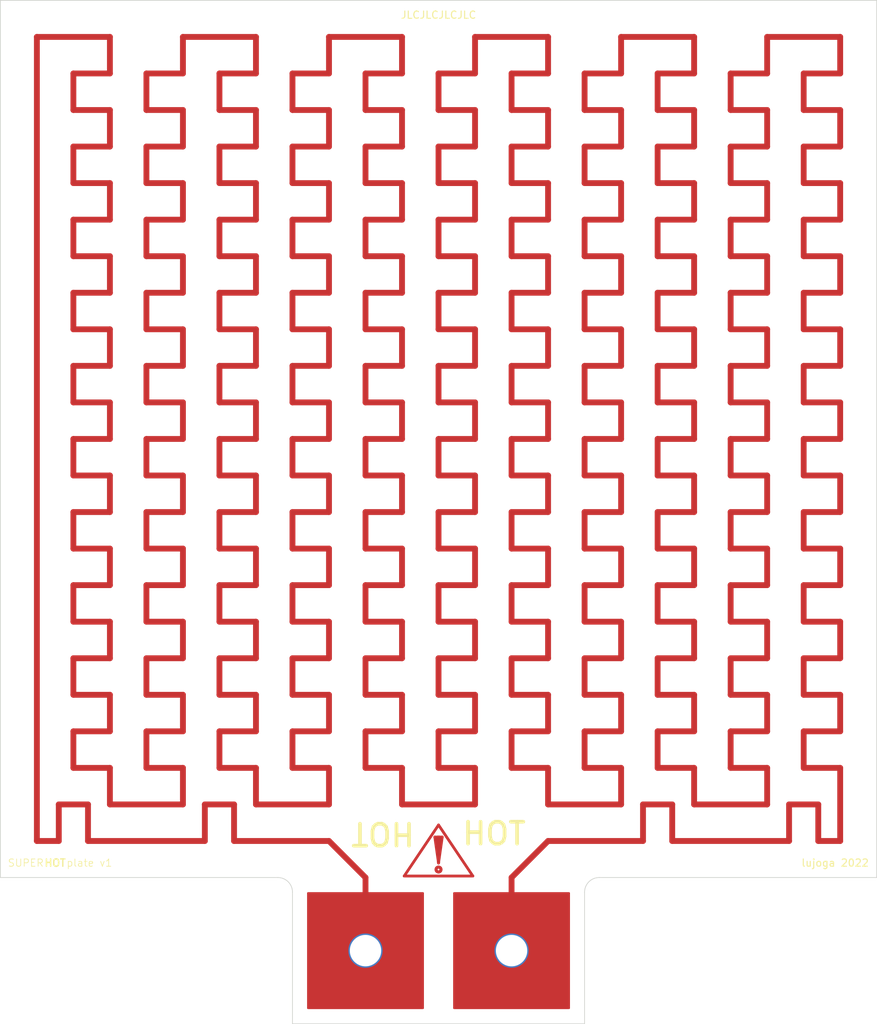
<source format=kicad_pcb>
(kicad_pcb (version 20211014) (generator pcbnew)
  (layers (0 "F.Cu" signal) (31 "B.Cu" signal) (34 "B.Paste" user) (35 "F.Paste" user) (36 "B.SilkS" user "B.Silkscreen") (37 "F.SilkS" user "F.Silkscreen") (38 "B.Mask" user) (39 "F.Mask" user) (44 "Edge.Cuts" user))
  (net 0 "")
  (net 1 "GND")
  (footprint "MountingHole:MountingHole_4.3mm_M4_Pad_TopOnly" (layer "F.Cu") (at 100 160)
    (fp_text reference "H2" hide)
    (fp_text value "MountingHole_Pad")
    (pad "1" connect circle locked (at 0 0) (size 8.6 8.6) (layers "F.Cu" "F.Mask") (net 1 "GND"))
    (pad "1" thru_hole circle locked (at 0 0) (size 4.7 4.7) (drill 4.3) (layers *.Cu *.Mask) (net 1 "GND"))
  )
  (footprint "MountingHole:MountingHole_4.3mm_M4_Pad_TopOnly" (layer "F.Cu") (at 80 160)
    (fp_text reference "H1" hide)
    (fp_text value "MountingHole_Pad")
    (pad "1" thru_hole circle locked (at 0 0) (size 4.7 4.7) (drill 4.3) (layers *.Cu *.Mask) (net 1 "GND"))
    (pad "1" connect circle locked (at 0 0) (size 8.6 8.6) (layers "F.Cu" "F.Mask") (net 1 "GND"))
  )
  (footprint "Symbol:Symbol_Attention_CopperTop_Small" (layer "F.Cu") (at 90 147)
    (fp_text reference "REF**" hide)
    (fp_text value "Symbol_Attention_CopperTop_Small")
    (fp_line (start 0 -2.54) (end 0.508 -2.54) (layer "F.Cu") (width 0.381))
    (fp_line (start 0.508 -2.54) (end 0 1.016) (layer "F.Cu") (width 0.381))
    (fp_line (start -4.699 2.794) (end 0 -4.191) (layer "F.Cu") (width 0.381))
    (fp_line (start 0 1.016) (end -0.508 -2.54) (layer "F.Cu") (width 0.381))
    (fp_line (start 0 1.016) (end -0.127 -2.54) (layer "F.Cu") (width 0.381))
    (fp_line (start 0 -4.191) (end 4.699 2.794) (layer "F.Cu") (width 0.381))
    (fp_line (start 4.699 2.794) (end -4.699 2.794) (layer "F.Cu") (width 0.381))
    (fp_line (start 0 0.889) (end 0.127 -2.54) (layer "F.Cu") (width 0.381))
    (fp_line (start -0.508 -2.54) (end 0 -2.54) (layer "F.Cu") (width 0.381))
    (fp_circle (center 0 1.905) (end 0 2.032) (layer "F.Cu") (width 0.381) (fill none))
    (fp_circle (center 0 1.905) (end 0.254 2.159) (layer "F.Cu") (width 0.381) (fill none))
  )
  (gr_line (start 110 170) (end 110 152) (layer "Edge.Cuts") (width 0.1))
  (gr_line (start 150 150) (end 150 30) (layer "Edge.Cuts") (width 0.1))
  (gr_arc (start 110 152) (mid 110.585786 150.585786) (end 112 150) (layer "Edge.Cuts") (width 0.1))
  (gr_line (start 150 30) (end 30 30) (layer "Edge.Cuts") (width 0.1))
  (gr_line (start 30 150) (end 68 150) (layer "Edge.Cuts") (width 0.1))
  (gr_line (start 70 152) (end 70 170) (layer "Edge.Cuts") (width 0.1))
  (gr_arc (start 68 150) (mid 69.414214 150.585786) (end 70 152) (layer "Edge.Cuts") (width 0.1))
  (gr_line (start 30 30) (end 30 150) (layer "Edge.Cuts") (width 0.1))
  (gr_line (start 70 170) (end 110 170) (layer "Edge.Cuts") (width 0.1))
  (gr_line (start 112 150) (end 150 150) (layer "Edge.Cuts") (width 0.1))
  (gr_text "HOT" (at 87 144 180) (layer "F.SilkS") (effects (font (size 3 3) (thickness 0.5)) (justify left)))
  (gr_text "HOT" (at 93 144) (layer "F.SilkS") (effects (font (size 3 3) (thickness 0.5)) (justify left)))
  (gr_text "HOT" (at 37.5 148) (layer "F.SilkS") (effects (font (size 1 1) (thickness 0.2))))
  (gr_text "plate v1" (at 39 148) (layer "F.SilkS") (effects (font (size 1 1) (thickness 0.1)) (justify left)))
  (gr_text "lujoga 2022" (at 149 148) (layer "F.SilkS") (effects (font (size 1 1)) (justify right)))
  (gr_text "SUPER" (at 36 148) (layer "F.SilkS") (effects (font (size 1 1) (thickness 0.1)) (justify right)))
  (gr_text "JLCJLCJLCJLC" (at 90 32) (layer "F.SilkS") (effects (font (size 1 1))))
  (segment (start 85 100) (end 85 95) (width 0.8) (layer "F.Cu") (net 1))
  (segment (start 115 115) (end 115 120) (width 0.8) (layer "F.Cu") (net 1))
  (segment (start 125 80) (end 125 75) (width 0.8) (layer "F.Cu") (net 1))
  (segment (start 110 130) (end 110 135) (width 0.8) (layer "F.Cu") (net 1))
  (segment (start 40 130) (end 45 130) (width 0.8) (layer "F.Cu") (net 1))
  (segment (start 60 40) (end 65 40) (width 0.8) (layer "F.Cu") (net 1))
  (segment (start 60 85) (end 60 80) (width 0.8) (layer "F.Cu") (net 1))
  (segment (start 110 75) (end 115 75) (width 0.8) (layer "F.Cu") (net 1))
  (segment (start 90 75) (end 95 75) (width 0.8) (layer "F.Cu") (net 1))
  (segment (start 38 140) (end 38 145) (width 0.8) (layer "F.Cu") (net 1))
  (segment (start 60 65) (end 60 60) (width 0.8) (layer "F.Cu") (net 1))
  (segment (start 75 100) (end 70 100) (width 0.8) (layer "F.Cu") (net 1))
  (segment (start 105 110) (end 105 105) (width 0.8) (layer "F.Cu") (net 1))
  (segment (start 65 55) (end 60 55) (width 0.8) (layer "F.Cu") (net 1))
  (segment (start 120 110) (end 125 110) (width 0.8) (layer "F.Cu") (net 1))
  (segment (start 135 70) (end 130 70) (width 0.8) (layer "F.Cu") (net 1))
  (segment (start 90 95) (end 95 95) (width 0.8) (layer "F.Cu") (net 1))
  (segment (start 70 65) (end 75 65) (width 0.8) (layer "F.Cu") (net 1))
  (segment (start 95 60) (end 90 60) (width 0.8) (layer "F.Cu") (net 1))
  (segment (start 75 55) (end 75 60) (width 0.8) (layer "F.Cu") (net 1))
  (segment (start 110 125) (end 115 125) (width 0.8) (layer "F.Cu") (net 1))
  (segment (start 105 105) (end 100 105) (width 0.8) (layer "F.Cu") (net 1))
  (segment (start 65 110) (end 65 105) (width 0.8) (layer "F.Cu") (net 1))
  (segment (start 65 105) (end 60 105) (width 0.8) (layer "F.Cu") (net 1))
  (segment (start 65 130) (end 65 125) (width 0.8) (layer "F.Cu") (net 1))
  (segment (start 45 95) (end 40 95) (width 0.8) (layer "F.Cu") (net 1))
  (segment (start 110 90) (end 110 95) (width 0.8) (layer "F.Cu") (net 1))
  (segment (start 70 105) (end 75 105) (width 0.8) (layer "F.Cu") (net 1))
  (segment (start 75 125) (end 75 130) (width 0.8) (layer "F.Cu") (net 1))
  (segment (start 55 90) (end 50 90) (width 0.8) (layer "F.Cu") (net 1))
  (segment (start 55 130) (end 50 130) (width 0.8) (layer "F.Cu") (net 1))
  (segment (start 65 120) (end 65 115) (width 0.8) (layer "F.Cu") (net 1))
  (segment (start 95 125) (end 95 130) (width 0.8) (layer "F.Cu") (net 1))
  (segment (start 65 80) (end 65 75) (width 0.8) (layer "F.Cu") (net 1))
  (segment (start 75 140) (end 65 140) (width 0.8) (layer "F.Cu") (net 1))
  (segment (start 60 105) (end 60 100) (width 0.8) (layer "F.Cu") (net 1))
  (segment (start 45 115) (end 40 115) (width 0.8) (layer "F.Cu") (net 1))
  (segment (start 95 115) (end 95 120) (width 0.8) (layer "F.Cu") (net 1))
  (segment (start 35 145) (end 38 145) (width 0.8) (layer "F.Cu") (net 1))
  (segment (start 40 90) (end 45 90) (width 0.8) (layer "F.Cu") (net 1))
  (segment (start 55 35) (end 55 40) (width 0.8) (layer "F.Cu") (net 1))
  (segment (start 55 100) (end 50 100) (width 0.8) (layer "F.Cu") (net 1))
  (segment (start 120 135) (end 120 130) (width 0.8) (layer "F.Cu") (net 1))
  (segment (start 85 140) (end 85 135) (width 0.8) (layer "F.Cu") (net 1))
  (segment (start 100 135) (end 100 130) (width 0.8) (layer "F.Cu") (net 1))
  (segment (start 45 55) (end 40 55) (width 0.8) (layer "F.Cu") (net 1))
  (segment (start 40 50) (end 45 50) (width 0.8) (layer "F.Cu") (net 1))
  (segment (start 120 95) (end 120 90) (width 0.8) (layer "F.Cu") (net 1))
  (segment (start 105 50) (end 105 45) (width 0.8) (layer "F.Cu") (net 1))
  (segment (start 85 55) (end 80 55) (width 0.8) (layer "F.Cu") (net 1))
  (segment (start 80 60) (end 85 60) (width 0.8) (layer "F.Cu") (net 1))
  (segment (start 100 115) (end 100 110) (width 0.8) (layer "F.Cu") (net 1))
  (segment (start 75 95) (end 75 100) (width 0.8) (layer "F.Cu") (net 1))
  (segment (start 60 130) (end 65 130) (width 0.8) (layer "F.Cu") (net 1))
  (segment (start 90 85) (end 95 85) (width 0.8) (layer "F.Cu") (net 1))
  (segment (start 95 80) (end 90 80) (width 0.8) (layer "F.Cu") (net 1))
  (segment (start 40 120) (end 45 120) (width 0.8) (layer "F.Cu") (net 1))
  (segment (start 145 100) (end 145 95) (width 0.8) (layer "F.Cu") (net 1))
  (segment (start 95 110) (end 90 110) (width 0.8) (layer "F.Cu") (net 1))
  (segment (start 80 65) (end 80 60) (width 0.8) (layer "F.Cu") (net 1))
  (segment (start 60 50) (end 65 50) (width 0.8) (layer "F.Cu") (net 1))
  (segment (start 145 90) (end 145 85) (width 0.8) (layer "F.Cu") (net 1))
  (segment (start 142 145) (end 145 145) (width 0.8) (layer "F.Cu") (net 1))
  (segment (start 90 115) (end 95 115) (width 0.8) (layer "F.Cu") (net 1))
  (segment (start 140 80) (end 145 80) (width 0.8) (layer "F.Cu") (net 1))
  (segment (start 75 45) (end 75 50) (width 0.8) (layer "F.Cu") (net 1))
  (segment (start 130 135) (end 135 135) (width 0.8) (layer "F.Cu") (net 1))
  (segment (start 45 130) (end 45 125) (width 0.8) (layer "F.Cu") (net 1))
  (segment (start 85 95) (end 80 95) (width 0.8) (layer "F.Cu") (net 1))
  (segment (start 85 45) (end 80 45) (width 0.8) (layer "F.Cu") (net 1))
  (segment (start 75 35) (end 75 40) (width 0.8) (layer "F.Cu") (net 1))
  (segment (start 45 65) (end 40 65) (width 0.8) (layer "F.Cu") (net 1))
  (segment (start 40 40) (end 45 40) (width 0.8) (layer "F.Cu") (net 1))
  (segment (start 65 50) (end 65 45) (width 0.8) (layer "F.Cu") (net 1))
  (segment (start 105 40) (end 105 35) (width 0.8) (layer "F.Cu") (net 1))
  (segment (start 140 60) (end 145 60) (width 0.8) (layer "F.Cu") (net 1))
  (segment (start 120 100) (end 125 100) (width 0.8) (layer "F.Cu") (net 1))
  (segment (start 70 120) (end 70 125) (width 0.8) (layer "F.Cu") (net 1))
  (segment (start 75 135) (end 75 140) (width 0.8) (layer "F.Cu") (net 1))
  (segment (start 95 105) (end 95 110) (width 0.8) (layer "F.Cu") (net 1))
  (segment (start 55 85) (end 55 90) (width 0.8) (layer "F.Cu") (net 1))
  (segment (start 135 65) (end 135 70) (width 0.8) (layer "F.Cu") (net 1))
  (segment (start 65 75) (end 60 75) (width 0.8) (layer "F.Cu") (net 1))
  (segment (start 50 40) (end 50 45) (width 0.8) (layer "F.Cu") (net 1))
  (segment (start 105 85) (end 100 85) (width 0.8) (layer "F.Cu") (net 1))
  (segment (start 70 130) (end 70 135) (width 0.8) (layer "F.Cu") (net 1))
  (segment (start 130 55) (end 135 55) (width 0.8) (layer "F.Cu") (net 1))
  (segment (start 140 90) (end 145 90) (width 0.8) (layer "F.Cu") (net 1))
  (segment (start 90 130) (end 90 135) (width 0.8) (layer "F.Cu") (net 1))
  (segment (start 140 130) (end 145 130) (width 0.8) (layer "F.Cu") (net 1))
  (segment (start 105 80) (end 105 75) (width 0.8) (layer "F.Cu") (net 1))
  (segment (start 70 40) (end 70 45) (width 0.8) (layer "F.Cu") (net 1))
  (segment (start 80 125) (end 80 120) (width 0.8) (layer "F.Cu") (net 1))
  (segment (start 65 90) (end 65 85) (width 0.8) (layer "F.Cu") (net 1))
  (segment (start 45 110) (end 45 105) (width 0.8) (layer "F.Cu") (net 1))
  (segment (start 35 35) (end 35 145) (width 0.8) (layer "F.Cu") (net 1))
  (segment (start 90 100) (end 90 105) (width 0.8) (layer "F.Cu") (net 1))
  (segment (start 135 40) (end 130 40) (width 0.8) (layer "F.Cu") (net 1))
  (segment (start 122 145) (end 122 140) (width 0.8) (layer "F.Cu") (net 1))
  (segment (start 45 135) (end 40 135) (width 0.8) (layer "F.Cu") (net 1))
  (segment (start 120 65) (end 120 60) (width 0.8) (layer "F.Cu") (net 1))
  (segment (start 130 100) (end 130 105) (width 0.8) (layer "F.Cu") (net 1))
  (segment (start 105 125) (end 100 125) (width 0.8) (layer "F.Cu") (net 1))
  (segment (start 70 90) (end 70 95) (width 0.8) (layer "F.Cu") (net 1))
  (segment (start 110 95) (end 115 95) (width 0.8) (layer "F.Cu") (net 1))
  (segment (start 45 35) (end 35 35) (width 0.8) (layer "F.Cu") (net 1))
  (segment (start 80 120) (end 85 120) (width 0.8) (layer "F.Cu") (net 1))
  (segment (start 100 160) (end 100 150) (width 0.8) (layer "F.Cu") (net 1))
  (segment (start 105 70) (end 105 65) (width 0.8) (layer "F.Cu") (net 1))
  (segment (start 110 65) (end 115 65) (width 0.8) (layer "F.Cu") (net 1))
  (segment (start 80 70) (end 85 70) (width 0.8) (layer "F.Cu") (net 1))
  (segment (start 145 135) (end 140 135) (width 0.8) (layer "F.Cu") (net 1))
  (segment (start 50 110) (end 50 115) (width 0.8) (layer "F.Cu") (net 1))
  (segment (start 115 100) (end 110 100) (width 0.8) (layer "F.Cu") (net 1))
  (segment (start 40 135) (end 40 130) (width 0.8) (layer "F.Cu") (net 1))
  (segment (start 140 135) (end 140 130) (width 0.8) (layer "F.Cu") (net 1))
  (segment (start 50 135) (end 55 135) (width 0.8) (layer "F.Cu") (net 1))
  (segment (start 135 75) (end 135 80) (width 0.8) (layer "F.Cu") (net 1))
  (segment (start 135 110) (end 130 110) (width 0.8) (layer "F.Cu") (net 1))
  (segment (start 50 60) (end 50 65) (width 0.8) (layer "F.Cu") (net 1))
  (segment (start 40 115) (end 40 110) (width 0.8) (layer "F.Cu") (net 1))
  (segment (start 135 125) (end 135 130) (width 0.8) (layer "F.Cu") (net 1))
  (segment (start 75 120) (end 70 120) (width 0.8) (layer "F.Cu") (net 1))
  (segment (start 105 100) (end 105 95) (width 0.8) (layer "F.Cu") (net 1))
  (segment (start 85 70) (end 85 65) (width 0.8) (layer "F.Cu") (net 1))
  (segment (start 70 45) (end 75 45) (width 0.8) (layer "F.Cu") (net 1))
  (segment (start 130 120) (end 130 125) (width 0.8) (layer "F.Cu") (net 1))
  (segment (start 122 145) (end 138 145) (width 0.8) (layer "F.Cu") (net 1))
  (segment (start 125 100) (end 125 95) (width 0.8) (layer "F.Cu") (net 1))
  (segment (start 45 70) (end 45 65) (width 0.8) (layer "F.Cu") (net 1))
  (segment (start 135 35) (end 135 40) (width 0.8) (layer "F.Cu") (net 1))
  (segment (start 45 125) (end 40 125) (width 0.8) (layer "F.Cu") (net 1))
  (segment (start 40 125) (end 40 120) (width 0.8) (layer "F.Cu") (net 1))
  (segment (start 125 50) (end 125 45) (width 0.8) (layer "F.Cu") (net 1))
  (segment (start 105 45) (end 100 45) (width 0.8) (layer "F.Cu") (net 1))
  (segment (start 125 60) (end 125 55) (width 0.8) (layer "F.Cu") (net 1))
  (segment (start 55 65) (end 55 70) (width 0.8) (layer "F.Cu") (net 1))
  (segment (start 120 60) (end 125 60) (width 0.8) (layer "F.Cu") (net 1))
  (segment (start 95 45) (end 95 50) (width 0.8) (layer "F.Cu") (net 1))
  (segment (start 110 105) (end 115 105) (width 0.8) (layer "F.Cu") (net 1))
  (segment (start 90 80) (end 90 85) (width 0.8) (layer "F.Cu") (net 1))
  (segment (start 75 115) (end 75 120) (width 0.8) (layer "F.Cu") (net 1))
  (segment (start 100 50) (end 105 50) (width 0.8) (layer "F.Cu") (net 1))
  (segment (start 140 40) (end 145 40) (width 0.8) (layer "F.Cu") (net 1))
  (segment (start 130 80) (end 130 85) (width 0.8) (layer "F.Cu") (net 1))
  (segment (start 125 105) (end 120 105) (width 0.8) (layer "F.Cu") (net 1))
  (segment (start 142 140) (end 138 140) (width 0.8) (layer "F.Cu") (net 1))
  (segment (start 50 120) (end 50 125) (width 0.8) (layer "F.Cu") (net 1))
  (segment (start 115 120) (end 110 120) (width 0.8) (layer "F.Cu") (net 1))
  (segment (start 135 140) (end 125 140) (width 0.8) (layer "F.Cu") (net 1))
  (segment (start 95 65) (end 95 70) (width 0.8) (layer "F.Cu") (net 1))
  (segment (start 90 135) (end 95 135) (width 0.8) (layer "F.Cu") (net 1))
  (segment (start 140 85) (end 140 80) (width 0.8) (layer "F.Cu") (net 1))
  (segment (start 125 130) (end 125 125) (width 0.8) (layer "F.Cu") (net 1))
  (segment (start 40 100) (end 45 100) (width 0.8) (layer "F.Cu") (net 1))
  (segment (start 85 130) (end 85 125) (width 0.8) (layer "F.Cu") (net 1))
  (segment (start 140 125) (end 140 120) (width 0.8) (layer "F.Cu") (net 1))
  (segment (start 70 70) (end 70 75) (width 0.8) (layer "F.Cu") (net 1))
  (segment (start 65 85) (end 60 85) (width 0.8) (layer "F.Cu") (net 1))
  (segment (start 110 100) (end 110 105) (width 0.8) (layer "F.Cu") (net 1))
  (segment (start 125 35) (end 115 35) (width 0.8) (layer "F.Cu") (net 1))
  (segment (start 115 110) (end 110 110) (width 0.8) (layer "F.Cu") (net 1))
  (segment (start 125 90) (end 125 85) (width 0.8) (layer "F.Cu") (net 1))
  (segment (start 115 70) (end 110 70) (width 0.8) (layer "F.Cu") (net 1))
  (segment (start 90 120) (end 90 125) (width 0.8) (layer "F.Cu") (net 1))
  (segment (start 55 115) (end 55 120) (width 0.8) (layer "F.Cu") (net 1))
  (segment (start 115 130) (end 110 130) (width 0.8) (layer "F.Cu") (net 1))
  (segment (start 55 95) (end 55 100) (width 0.8) (layer "F.Cu") (net 1))
  (segment (start 55 120) (end 50 120) (width 0.8) (layer "F.Cu") (net 1))
  (segment (start 70 80) (end 70 85) (width 0.8) (layer "F.Cu") (net 1))
  (segment (start 50 80) (end 50 85) (width 0.8) (layer "F.Cu") (net 1))
  (segment (start 115 90) (end 110 90) (width 0.8) (layer "F.Cu") (net 1))
  (segment (start 75 75) (end 75 80) (width 0.8) (layer "F.Cu") (net 1))
  (segment (start 95 135) (end 95 140) (width 0.8) (layer "F.Cu") (net 1))
  (segment (start 85 125) (end 80 125) (width 0.8) (layer "F.Cu") (net 1))
  (segment (start 95 85) (end 95 90) (width 0.8) (layer "F.Cu") (net 1))
  (segment (start 55 50) (end 50 50) (width 0.8) (layer "F.Cu") (net 1))
  (segment (start 140 55) (end 140 50) (width 0.8) (layer "F.Cu") (net 1))
  (segment (start 90 60) (end 90 65) (width 0.8) (layer "F.Cu") (net 1))
  (segment (start 125 135) (end 120 135) (width 0.8) (layer "F.Cu") (net 1))
  (segment (start 45 100) (end 45 95) (width 0.8) (layer "F.Cu") (net 1))
  (segment (start 100 120) (end 105 120) (width 0.8) (layer "F.Cu") (net 1))
  (segment (start 50 50) (end 50 55) (width 0.8) (layer "F.Cu") (net 1))
  (segment (start 75 60) (end 70 60) (width 0.8) (layer "F.Cu") (net 1))
  (segment (start 75 105) (end 75 110) (width 0.8) (layer "F.Cu") (net 1))
  (segment (start 95 130) (end 90 130) (width 0.8) (layer "F.Cu") (net 1))
  (segment (start 80 40) (end 85 40) (width 0.8) (layer "F.Cu") (net 1))
  (segment (start 145 145) (end 145 135) (width 0.8) (layer "F.Cu") (net 1))
  (segment (start 50 95) (end 55 95) (width 0.8) (layer "F.Cu") (net 1))
  (segment (start 115 50) (end 110 50) (width 0.8) (layer "F.Cu") (net 1))
  (segment (start 50 130) (end 50 135) (width 0.8) (layer "F.Cu") (net 1))
  (segment (start 40 105) (end 40 100) (width 0.8) (layer "F.Cu") (net 1))
  (segment (start 45 140) (end 45 135) (width 0.8) (layer "F.Cu") (net 1))
  (segment (start 90 50) (end 90 55) (width 0.8) (layer "F.Cu") (net 1))
  (segment (start 110 45) (end 115 45) (width 0.8) (layer "F.Cu") (net 1))
  (segment (start 135 120) (end 130 120) (width 0.8) (layer "F.Cu") (net 1))
  (segment (start 120 115) (end 120 110) (width 0.8) (layer "F.Cu") (net 1))
  (segment (start 50 85) (end 55 85) (width 0.8) (layer "F.Cu") (net 1))
  (segment (start 125 45) (end 120 45) (width 0.8) (layer "F.Cu") (net 1))
  (segment (start 140 115) (end 140 110) (width 0.8) (layer "F.Cu") (net 1))
  (segment (start 50 90) (end 50 95) (width 0.8) (layer "F.Cu") (net 1))
  (segment (start 122 140) (end 118 140) (width 0.8) (layer "F.Cu") (net 1))
  (segment (start 140 70) (end 145 70) (width 0.8) (layer "F.Cu") (net 1))
  (segment (start 65 95) (end 60 95) (width 0.8) (layer "F.Cu") (net 1))
  (segment (start 65 140) (end 65 135) (width 0.8) (layer "F.Cu") (net 1))
  (segment (start 75 70) (end 70 70) (width 0.8) (layer "F.Cu") (net 1))
  (segment (start 80 110) (end 85 110) (width 0.8) (layer "F.Cu") (net 1))
  (segment (start 90 70) (end 90 75) (width 0.8) (layer "F.Cu") (net 1))
  (segment (start 45 120) (end 45 115) (width 0.8) (layer "F.Cu") (net 1))
  (segment (start 95 140) (end 85 140) (width 0.8) (layer "F.Cu") (net 1))
  (segment (start 40 75) (end 40 70) (width 0.8) (layer "F.Cu") (net 1))
  (segment (start 85 75) (end 80 75) (width 0.8) (layer "F.Cu") (net 1))
  (segment (start 65 135) (end 60 135) (width 0.8) (layer "F.Cu") (net 1))
  (segment (start 75 80) (end 70 80) (width 0.8) (layer "F.Cu") (net 1))
  (segment (start 140 45) (end 140 40) (width 0.8) (layer "F.Cu") (net 1))
  (segment (start 60 45) (end 60 40) (width 0.8) (layer "F.Cu") (net 1))
  (segment (start 40 95) (end 40 90) (width 0.8) (layer "F.Cu") (net 1))
  (segment (start 115 75) (end 115 80) (width 0.8) (layer "F.Cu") (net 1))
  (segment (start 65 70) (end 65 65) (width 0.8) (layer "F.Cu") (net 1))
  (segment (start 135 90) (end 130 90) (width 0.8) (layer "F.Cu") (net 1))
  (segment (start 95 40) (end 90 40) (width 0.8) (layer "F.Cu") (net 1))
  (segment (start 42 140) (end 38 140) (width 0.8) (layer "F.Cu") (net 1))
  (segment (start 65 45) (end 60 45) (width 0.8) (layer "F.Cu") (net 1))
  (segment (start 115 40) (end 110 40) (width 0.8) (layer "F.Cu") (net 1))
  (segment (start 55 75) (end 55 80) (width 0.8) (layer "F.Cu") (net 1))
  (segment (start 130 95) (end 135 95) (width 0.8) (layer "F.Cu") (net 1))
  (segment (start 85 105) (end 80 105) (width 0.8) (layer "F.Cu") (net 1))
  (segment (start 60 115) (end 60 110) (width 0.8) (layer "F.Cu") (net 1))
  (segment (start 95 75) (end 95 80) (width 0.8) (layer "F.Cu") (net 1))
  (segment (start 65 35) (end 55 35) (width 0.8) (layer "F.Cu") (net 1))
  (segment (start 120 70) (end 125 70) (width 0.8) (layer "F.Cu") (net 1))
  (segment (start 55 70) (end 50 70) (width 0.8) (layer "F.Cu") (net 1))
  (segment (start 65 40) (end 65 35) (width 0.8) (layer "F.Cu") (net 1))
  (segment (start 95 50) (end 90 50) (width 0.8) (layer "F.Cu") (net 1))
  (segment (start 85 40) (end 85 35) (width 0.8) (layer "F.Cu") (net 1))
  (segment (start 75 130) (end 70 130) (width 0.8) (layer "F.Cu") (net 1))
  (segment (start 135 135) (end 135 140) (width 0.8) (layer "F.Cu") (net 1))
  (segment (start 70 95) (end 75 95) (width 0.8) (layer "F.Cu") (net 1))
  (segment (start 110 80) (end 110 85) (width 0.8) (layer "F.Cu") (net 1))
  (segment (start 140 100) (end 145 100) (width 0.8) (layer "F.Cu") (net 1))
  (segment (start 130 70) (end 130 75) (width 0.8) (layer "F.Cu") (net 1))
  (segment (start 50 105) (end 55 105) (width 0.8) (layer "F.Cu") (net 1))
  (segment (start 80 130) (end 85 130) (width 0.8) (layer "F.Cu") (net 1))
  (segment (start 80 50) (end 85 50) (width 0.8) (layer "F.Cu") (net 1))
  (segment (start 85 35) (end 75 35) (width 0.8) (layer "F.Cu") (net 1))
  (segment (start 105 60) (end 105 55) (width 0.8) (layer "F.Cu") (net 1))
  (segment (start 115 80) (end 110 80) (width 0.8) (layer "F.Cu") (net 1))
  (segment (start 40 70) (end 45 70) (width 0.8) (layer "F.Cu") (net 1))
  (segment (start 100 150) (end 105 145) (width 0.8) (layer "F.Cu") (net 1))
  (segment (start 85 115) (end 80 115) (width 0.8) (layer "F.Cu") (net 1))
  (segment (start 50 115) (end 55 115) (width 0.8) (layer "F.Cu") (net 1))
  (segment (start 100 110) (end 105 110) (width 0.8) (layer "F.Cu") (net 1))
  (segment (start 60 80) (end 65 80) (width 0.8) (layer "F.Cu") (net 1))
  (segment (start 65 60) (end 65 55) (width 0.8) (layer "F.Cu") (net 1))
  (segment (start 95 90) (end 90 90) (width 0.8) (layer "F.Cu") (net 1))
  (segment (start 125 70) (end 125 65) (width 0.8) (layer "F.Cu") (net 1))
  (segment (start 110 40) (end 110 45) (width 0.8) (layer "F.Cu") (net 1))
  (segment (start 70 85) (end 75 85) (width 0.8) (layer "F.Cu") (net 1))
  (segment (start 45 40) (end 45 35) (width 0.8) (layer "F.Cu") (net 1))
  (segment (start 55 80) (end 50 80) (width 0.8) (layer "F.Cu") (net 1))
  (segment (start 115 85) (end 115 90) (width 0.8) (layer "F.Cu") (net 1))
  (segment (start 142 145) (end 142 140) (width 0.8) (layer "F.Cu") (net 1))
  (segment (start 50 75) (end 55 75) (width 0.8) (layer "F.Cu") (net 1))
  (segment (start 130 130) (end 130 135) (width 0.8) (layer "F.Cu") (net 1))
  (segment (start 85 135) (end 80 135) (width 0.8) (layer "F.Cu") (net 1))
  (segment (start 135 60) (end 130 60) (width 0.8) (layer "F.Cu") (net 1))
  (segment (start 95 120) (end 90 120) (width 0.8) (layer "F.Cu") (net 1))
  (segment (start 125 40) (end 125 35) (width 0.8) (layer "F.Cu") (net 1))
  (segment (start 70 100) (end 70 105) (width 0.8) (layer "F.Cu") (net 1))
  (segment (start 50 55) (end 55 55) (width 0.8) (layer "F.Cu") (net 1))
  (segment (start 100 45) (end 100 40) (width 0.8) (layer "F.Cu") (net 1))
  (segment (start 100 90) (end 105 90) (width 0.8) (layer "F.Cu") (net 1))
  (segment (start 115 55) (end 115 60) (width 0.8) (layer "F.Cu") (net 1))
  (segment (start 120 90) (end 125 90) (width 0.8) (layer "F.Cu") (net 1))
  (segment (start 80 100) (end 85 100) (width 0.8) (layer "F.Cu") (net 1))
  (segment (start 60 70) (end 65 70) (width 0.8) (layer "F.Cu") (net 1))
  (segment (start 115 140) (end 105 140) (width 0.8) (layer "F.Cu") (net 1))
  (segment (start 145 120) (end 145 115) (width 0.8) (layer "F.Cu") (net 1))
  (segment (start 120 130) (end 125 130) (width 0.8) (layer "F.Cu") (net 1))
  (segment (start 125 55) (end 120 55) (width 0.8) (layer "F.Cu") (net 1))
  (segment (start 85 60) (end 85 55) (width 0.8) (layer "F.Cu") (net 1))
  (segment (start 140 50) (end 145 50) (width 0.8) (layer "F.Cu") (net 1))
  (segment (start 145 70) (end 145 65) (width 0.8) (layer "F.Cu") (net 1))
  (segment (start 135 80) (end 130 80) (width 0.8) (layer "F.Cu") (net 1))
  (segment (start 105 115) (end 100 115) (width 0.8) (layer "F.Cu") (net 1))
  (segment (start 145 40) (end 145 35) (width 0.8) (layer "F.Cu") (net 1))
  (segment (start 135 55) (end 135 60) (width 0.8) (layer "F.Cu") (net 1))
  (segment (start 40 80) (end 45 80) (width 0.8) (layer "F.Cu") (net 1))
  (segment (start 50 125) (end 55 125) (width 0.8) (layer "F.Cu") (net 1))
  (segment (start 120 125) (end 120 120) (width 0.8) (layer "F.Cu") (net 1))
  (segment (start 40 60) (end 45 60) (width 0.8) (layer "F.Cu") (net 1))
  (segment (start 60 120) (end 65 120) (width 0.8) (layer "F.Cu") (net 1))
  (segment (start 80 105) (end 80 100) (width 0.8) (layer "F.Cu") (net 1))
  (segment (start 50 70) (end 50 75) (width 0.8) (layer "F.Cu") (net 1))
  (segment (start 115 60) (end 110 60) (width 0.8) (layer "F.Cu") (net 1))
  (segment (start 70 125) (end 75 125) (width 0.8) (layer "F.Cu") (net 1))
  (segment (start 85 50) (end 85 45) (width 0.8) (layer "F.Cu") (net 1))
  (segment (start 125 115) (end 120 115) (width 0.8) (layer "F.Cu") (net 1))
  (segment (start 55 105) (end 55 110) (width 0.8) (layer "F.Cu") (net 1))
  (segment (start 100 105) (end 100 100) (width 0.8) (layer "F.Cu") (net 1))
  (segment (start 75 90) (end 70 90) (width 0.8) (layer "F.Cu") (net 1))
  (segment (start 135 130) (end 130 130) (width 0.8) (layer "F.Cu") (net 1))
  (segment (start 115 105) (end 115 110) (width 0.8) (layer "F.Cu") (net 1))
  (segment (start 145 95) (end 140 95) (width 0.8) (layer "F.Cu") (net 1))
  (segment (start 55 45) (end 55 50) (width 0.8) (layer "F.Cu") (net 1))
  (segment (start 95 95) (end 95 100) (width 0.8) (layer "F.Cu") (net 1))
  (segment (start 60 110) (end 65 110) (width 0.8) (layer "F.Cu") (net 1))
  (segment (start 105 95) (end 100 95) (width 0.8) (layer "F.Cu") (net 1))
  (segment (start 135 95) (end 135 100) (width 0.8) (layer "F.Cu") (net 1))
  (segment (start 60 90) (end 65 90) (width 0.8) (layer "F.Cu") (net 1))
  (segment (start 45 50) (end 45 45) (width 0.8) (layer "F.Cu") (net 1))
  (segment (start 140 105) (end 140 100) (width 0.8) (layer "F.Cu") (net 1))
  (segment (start 120 105) (end 120 100) (width 0.8) (layer "F.Cu") (net 1))
  (segment (start 80 150) (end 80 160) (width 0.8) (layer "F.Cu") (net 1))
  (segment (start 145 105) (end 140 105) (width 0.8) (layer "F.Cu") (net 1))
  (segment (start 118 140) (end 118 145) (width 0.8) (layer "F.Cu") (net 1))
  (segment (start 85 90) (end 85 85) (width 0.8) (layer "F.Cu") (net 1))
  (segment (start 60 75) (end 60 70) (width 0.8) (layer "F.Cu") (net 1))
  (segment (start 125 95) (end 120 95) (width 0.8) (layer "F.Cu") (net 1))
  (segment (start 115 45) (end 115 50) (width 0.8) (layer "F.Cu") (net 1))
  (segment (start 130 75) (end 135 75) (width 0.8) (layer "F.Cu") (net 1))
  (segment (start 120 75) (end 120 70) (width 0.8) (layer "F.Cu") (net 1))
  (segment (start 60 100) (end 65 100) (width 0.8) (layer "F.Cu") (net 1))
  (segment (start 55 140) (end 45 140) (width 0.8) (layer "F.Cu") (net 1))
  (segment (start 105 90) (end 105 85) (width 0.8) (layer "F.Cu") (net 1))
  (segment (start 125 85) (end 120 85) (width 0.8) (layer "F.Cu") (net 1))
  (segment (start 145 35) (end 135 35) (width 0.8) (layer "F.Cu") (net 1))
  (segment (start 95 55) (end 95 60) (width 0.8) (layer "F.Cu") (net 1))
  (segment (start 85 80) (end 85 75) (width 0.8) (layer "F.Cu") (net 1))
  (segment (start 135 100) (end 130 100) (width 0.8) (layer "F.Cu") (net 1))
  (segment (start 62 145) (end 75 145) (width 0.8) (layer "F.Cu") (net 1))
  (segment (start 70 110) (end 70 115) (width 0.8) (layer "F.Cu") (net 1))
  (segment (start 90 65) (end 95 65) (width 0.8) (layer "F.Cu") (net 1))
  (segment (start 80 75) (end 80 70) (width 0.8) (layer "F.Cu") (net 1))
  (segment (start 65 65) (end 60 65) (width 0.8) (layer "F.Cu") (net 1))
  (segment (start 145 115) (end 140 115) (width 0.8) (layer "F.Cu") (net 1))
  (segment (start 40 110) (end 45 110) (width 0.8) (layer "F.Cu") (net 1))
  (segment (start 115 95) (end 115 100) (width 0.8) (layer "F.Cu") (net 1))
  (segment (start 95 70) (end 90 70) (width 0.8) (layer "F.Cu") (net 1))
  (segment (start 145 110) (end 145 105) (width 0.8) (layer "F.Cu") (net 1))
  (segment (start 70 55) (end 75 55) (width 0.8) (layer "F.Cu") (net 1))
  (segment (start 110 85) (end 115 85) (width 0.8) (layer "F.Cu") (net 1))
  (segment (start 135 115) (end 135 120) (width 0.8) (layer "F.Cu") (net 1))
  (segment (start 125 110) (end 125 105) (width 0.8) (layer "F.Cu") (net 1))
  (segment (start 120 55) (end 120 50) (width 0.8) (layer "F.Cu") (net 1))
  (segment (start 120 80) (end 125 80) (width 0.8) (layer "F.Cu") (net 1))
  (segment (start 140 95) (end 140 90) (width 0.8) (layer "F.Cu") (net 1))
  (segment (start 120 45) (end 120 40) (width 0.8) (layer "F.Cu") (net 1))
  (segment (start 105 75) (end 100 75) (width 0.8) (layer "F.Cu") (net 1))
  (segment (start 55 135) (end 55 140) (width 0.8) (layer "F.Cu") (net 1))
  (segment (start 80 45) (end 80 40) (width 0.8) (layer "F.Cu") (net 1))
  (segment (start 130 60) (end 130 65) (width 0.8) (layer "F.Cu") (net 1))
  (segment (start 85 110) (end 85 105) (width 0.8) (layer "F.Cu") (net 1))
  (segment (start 100 60) (end 105 60) (width 0.8) (layer "F.Cu") (net 1))
  (segment (start 75 145) (end 80 150) (width 0.8) (layer "F.Cu") (net 1))
  (segment (start 90 110) (end 90 115) (width 0.8) (layer "F.Cu") (net 1))
  (segment (start 100 75) (end 100 70) (width 0.8) (layer "F.Cu") (net 1))
  (segment (start 55 55) (end 55 60) (width 0.8) (layer "F.Cu") (net 1))
  (segment (start 110 135) (end 115 135) (width 0.8) (layer "F.Cu") (net 1))
  (segment (start 80 80) (end 85 80) (width 0.8) (layer "F.Cu") (net 1))
  (segment (start 120 50) (end 125 50) (width 0.8) (layer "F.Cu") (net 1))
  (segment (start 100 100) (end 105 100) (width 0.8) (layer "F.Cu") (net 1))
  (segment (start 65 115) (end 60 115) (width 0.8) (layer "F.Cu") (net 1))
  (segment (start 145 125) (end 140 125) (width 0.8) (layer "F.Cu") (net 1))
  (segment (start 50 100) (end 50 105) (width 0.8) (layer "F.Cu") (net 1))
  (segment (start 75 40) (end 70 40) (width 0.8) (layer "F.Cu") (net 1))
  (segment (start 55 110) (end 50 110) (width 0.8) (layer "F.Cu") (net 1))
  (segment (start 145 75) (end 140 75) (width 0.8) (layer "F.Cu") (net 1))
  (segment (start 100 55) (end 100 50) (width 0.8) (layer "F.Cu") (net 1))
  (segment (start 110 60) (end 110 65) (width 0.8) (layer "F.Cu") (net 1))
  (segment (start 125 125) (end 120 125) (width 0.8) (layer "F.Cu") (net 1))
  (segment (start 115 35) (end 115 40) (width 0.8) (layer "F.Cu") (net 1))
  (segment (start 70 50) (end 70 55) (width 0.8) (layer "F.Cu") (net 1))
  (segment (start 45 105) (end 40 105) (width 0.8) (layer "F.Cu") (net 1))
  (segment (start 60 60) (end 65 60) (width 0.8) (layer "F.Cu") (net 1))
  (segment (start 40 55) (end 40 50) (width 0.8) (layer "F.Cu") (net 1))
  (segment (start 100 80) (end 105 80) (width 0.8) (layer "F.Cu") (net 1))
  (segment (start 110 70) (end 110 75) (width 0.8) (layer "F.Cu") (net 1))
  (segment (start 130 50) (end 130 55) (width 0.8) (layer "F.Cu") (net 1))
  (segment (start 45 45) (end 40 45) (width 0.8) (layer "F.Cu") (net 1))
  (segment (start 80 85) (end 80 80) (width 0.8) (layer "F.Cu") (net 1))
  (segment (start 60 95) (end 60 90) (width 0.8) (layer "F.Cu") (net 1))
  (segment (start 135 105) (end 135 110) (width 0.8) (layer "F.Cu") (net 1))
  (segment (start 145 85) (end 140 85) (width 0.8) (layer "F.Cu") (net 1))
  (segment (start 105 130) (end 105 125) (width 0.8) (layer "F.Cu") (net 1))
  (segment (start 135 45) (end 135 50) (width 0.8) (layer "F.Cu") (net 1))
  (segment (start 45 60) (end 45 55) (width 0.8) (layer "F.Cu") (net 1))
  (segment (start 105 120) (end 105 115) (width 0.8) (layer "F.Cu") (net 1))
  (segment (start 105 35) (end 95 35) (width 0.8) (layer "F.Cu") (net 1))
  (segment (start 80 135) (end 80 130) (width 0.8) (layer "F.Cu") (net 1))
  (segment (start 50 45) (end 55 45) (width 0.8) (layer "F.Cu") (net 1))
  (segment (start 70 135) (end 75 135) (width 0.8) (layer "F.Cu") (net 1))
  (segment (start 65 100) (end 65 95) (width 0.8) (layer "F.Cu") (net 1))
  (segment (start 100 130) (end 105 130) (width 0.8) (layer "F.Cu") (net 1))
  (segment (start 85 85) (end 80 85) (width 0.8) (layer "F.Cu") (net 1))
  (segment (start 100 85) (end 100 80) (width 0.8) (layer "F.Cu") (net 1))
  (segment (start 40 65) (end 40 60) (width 0.8) (layer "F.Cu") (net 1))
  (segment (start 40 45) (end 40 40) (width 0.8) (layer "F.Cu") (net 1))
  (segment (start 60 135) (end 60 130) (width 0.8) (layer "F.Cu") (net 1))
  (segment (start 145 50) (end 145 45) (width 0.8) (layer "F.Cu") (net 1))
  (segment (start 90 55) (end 95 55) (width 0.8) (layer "F.Cu") (net 1))
  (segment (start 140 75) (end 140 70) (width 0.8) (layer "F.Cu") (net 1))
  (segment (start 138 140) (end 138 145) (width 0.8) (layer "F.Cu") (net 1))
  (segment (start 130 105) (end 135 105) (width 0.8) (layer "F.Cu") (net 1))
  (segment (start 75 85) (end 75 90) (width 0.8) (layer "F.Cu") (net 1))
  (segment (start 58 145) (end 58 140) (width 0.8) (layer "F.Cu") (net 1))
  (segment (start 135 85) (end 135 90) (width 0.8) (layer "F.Cu") (net 1))
  (segment (start 120 40) (end 125 40) (width 0.8) (layer "F.Cu") (net 1))
  (segment (start 145 130) (end 145 125) (width 0.8) (layer "F.Cu") (net 1))
  (segment (start 125 75) (end 120 75) (width 0.8) (layer "F.Cu") (net 1))
  (segment (start 95 100) (end 90 100) (width 0.8) (layer "F.Cu") (net 1))
  (segment (start 45 75) (end 40 75) (width 0.8) (layer "F.Cu") (net 1))
  (segment (start 80 115) (end 80 110) (width 0.8) (layer "F.Cu") (net 1))
  (segment (start 145 60) (end 145 55) (width 0.8) (layer "F.Cu") (net 1))
  (segment (start 90 105) (end 95 105) (width 0.8) (layer "F.Cu") (net 1))
  (segment (start 110 110) (end 110 115) (width 0.8) (layer "F.Cu") (net 1))
  (segment (start 60 55) (end 60 50) (width 0.8) (layer "F.Cu") (net 1))
  (segment (start 110 115) (end 115 115) (width 0.8) (layer "F.Cu") (net 1))
  (segment (start 42 145) (end 58 145) (width 0.8) (layer "F.Cu") (net 1))
  (segment (start 40 85) (end 40 80) (width 0.8) (layer "F.Cu") (net 1))
  (segment (start 130 90) (end 130 95) (width 0.8) (layer "F.Cu") (net 1))
  (segment (start 45 80) (end 45 75) (width 0.8) (layer "F.Cu") (net 1))
  (segment (start 85 120) (end 85 115) (width 0.8) (layer "F.Cu") (net 1))
  (segment (start 125 65) (end 120 65) (width 0.8) (layer "F.Cu") (net 1))
  (segment (start 80 90) (end 85 90) (width 0.8) (layer "F.Cu") (net 1))
  (segment (start 115 125) (end 115 130) (width 0.8) (layer "F.Cu") (net 1))
  (segment (start 105 145) (end 118 145) (width 0.8) (layer "F.Cu") (net 1))
  (segment (start 90 90) (end 90 95) (width 0.8) (layer "F.Cu") (net 1))
  (segment (start 105 140) (end 105 135) (width 0.8) (layer "F.Cu") (net 1))
  (segment (start 55 40) (end 50 40) (width 0.8) (layer "F.Cu") (net 1))
  (segment (start 130 125) (end 135 125) (width 0.8) (layer "F.Cu") (net 1))
  (segment (start 115 135) (end 115 140) (width 0.8) (layer "F.Cu") (net 1))
  (segment (start 70 60) (end 70 65) (width 0.8) (layer "F.Cu") (net 1))
  (segment (start 55 60) (end 50 60) (width 0.8) (layer "F.Cu") (net 1))
  (segment (start 80 55) (end 80 50) (width 0.8) (layer "F.Cu") (net 1))
  (segment (start 145 80) (end 145 75) (width 0.8) (layer "F.Cu") (net 1))
  (segment (start 140 110) (end 145 110) (width 0.8) (layer "F.Cu") (net 1))
  (segment (start 145 55) (end 140 55) (width 0.8) (layer "F.Cu") (net 1))
  (segment (start 140 120) (end 145 120) (width 0.8) (layer "F.Cu") (net 1))
  (segment (start 130 115) (end 135 115) (width 0.8) (layer "F.Cu") (net 1))
  (segment (start 70 115) (end 75 115) (width 0.8) (layer "F.Cu") (net 1))
  (segment (start 50 65) (end 55 65) (width 0.8) (layer "F.Cu") (net 1))
  (segment (start 130 110) (end 130 115) (width 0.8) (layer "F.Cu") (net 1))
  (segment (start 70 75) (end 75 75) (width 0.8) (layer "F.Cu") (net 1))
  (segment (start 110 50) (end 110 55) (width 0.8) (layer "F.Cu") (net 1))
  (segment (start 90 40) (end 90 45) (width 0.8) (layer "F.Cu") (net 1))
  (segment (start 145 65) (end 140 65) (width 0.8) (layer "F.Cu") (net 1))
  (segment (start 130 65) (end 135 65) (width 0.8) (layer "F.Cu") (net 1))
  (segment (start 45 90) (end 45 85) (width 0.8) (layer "F.Cu") (net 1))
  (segment (start 90 45) (end 95 45) (width 0.8) (layer "F.Cu") (net 1))
  (segment (start 125 120) (end 125 115) (width 0.8) (layer "F.Cu") (net 1))
  (segment (start 120 120) (end 125 120) (width 0.8) (layer "F.Cu") (net 1))
  (segment (start 110 55) (end 115 55) (width 0.8) (layer "F.Cu") (net 1))
  (segment (start 75 65) (end 75 70) (width 0.8) (layer "F.Cu") (net 1))
  (segment (start 130 45) (end 135 45) (width 0.8) (layer "F.Cu") (net 1))
  (segment (start 95 35) (end 95 40) (width 0.8) (layer "F.Cu") (net 1))
  (segment (start 115 65) (end 115 70) (width 0.8) (layer "F.Cu") (net 1))
  (segment (start 55 125) (end 55 130) (width 0.8) (layer "F.Cu") (net 1))
  (segment (start 45 85) (end 40 85) (width 0.8) (layer "F.Cu") (net 1))
  (segment (start 130 40) (end 130 45) (width 0.8) (layer "F.Cu") (net 1))
  (segment (start 90 125) (end 95 125) (width 0.8) (layer "F.Cu") (net 1))
  (segment (start 100 95) (end 100 90) (width 0.8) (layer "F.Cu") (net 1))
  (segment (start 75 110) (end 70 110) (width 0.8) (layer "F.Cu") (net 1))
  (segment (start 42 145) (end 42 140) (width 0.8) (layer "F.Cu") (net 1))
  (segment (start 130 85) (end 135 85) (width 0.8) (layer "F.Cu") (net 1))
  (segment (start 100 70) (end 105 70) (width 0.8) (layer "F.Cu") (net 1))
  (segment (start 80 95) (end 80 90) (width 0.8) (layer "F.Cu") (net 1))
  (segment (start 65 125) (end 60 125) (width 0.8) (layer "F.Cu") (net 1))
  (segment (start 145 45) (end 140 45) (width 0.8) (layer "F.Cu") (net 1))
  (segment (start 100 125) (end 100 120) (width 0.8) (layer "F.Cu") (net 1))
  (segment (start 125 140) (end 125 135) (width 0.8) (layer "F.Cu") (net 1))
  (segment (start 135 50) (end 130 50) (width 0.8) (layer "F.Cu") (net 1))
  (segment (start 60 125) (end 60 120) (width 0.8) (layer "F.Cu") (net 1))
  (segment (start 105 55) (end 100 55) (width 0.8) (layer "F.Cu") (net 1))
  (segment (start 75 50) (end 70 50) (width 0.8) (layer "F.Cu") (net 1))
  (segment (start 58 140) (end 62 140) (width 0.8) (layer "F.Cu") (net 1))
  (segment (start 140 65) (end 140 60) (width 0.8) (layer "F.Cu") (net 1))
  (segment (start 85 65) (end 80 65) (width 0.8) (layer "F.Cu") (net 1))
  (segment (start 100 65) (end 100 60) (width 0.8) (layer "F.Cu") (net 1))
  (segment (start 105 135) (end 100 135) (width 0.8) (layer "F.Cu") (net 1))
  (segment (start 110 120) (end 110 125) (width 0.8) (layer "F.Cu") (net 1))
  (segment (start 62 140) (end 62 145) (width 0.8) (layer "F.Cu") (net 1))
  (segment (start 105 65) (end 100 65) (width 0.8) (layer "F.Cu") (net 1))
  (segment (start 100 40) (end 105 40) (width 0.8) (layer "F.Cu") (net 1))
  (segment (start 120 85) (end 120 80) (width 0.8) (layer "F.Cu") (net 1))
  (zone (net 1) (net_name "GND") (layer "F.Cu") (connect_pads yes (clearance 0.508)) (min_thickness 0.254) (fill yes (thermal_gap 0.508) (thermal_bridge_width 0.508))
    (polygon (pts (xy 88 168) (xy 72 168) (xy 72 152) (xy 88 152)))
  )
  (zone (net 1) (net_name "GND") (layer "F.Cu") (connect_pads yes (clearance 0.508)) (min_thickness 0.254) (fill yes (thermal_gap 0.508) (thermal_bridge_width 0.508))
    (polygon (pts (xy 108 168) (xy 92 168) (xy 92 152) (xy 108 152)))
  )
)
</source>
